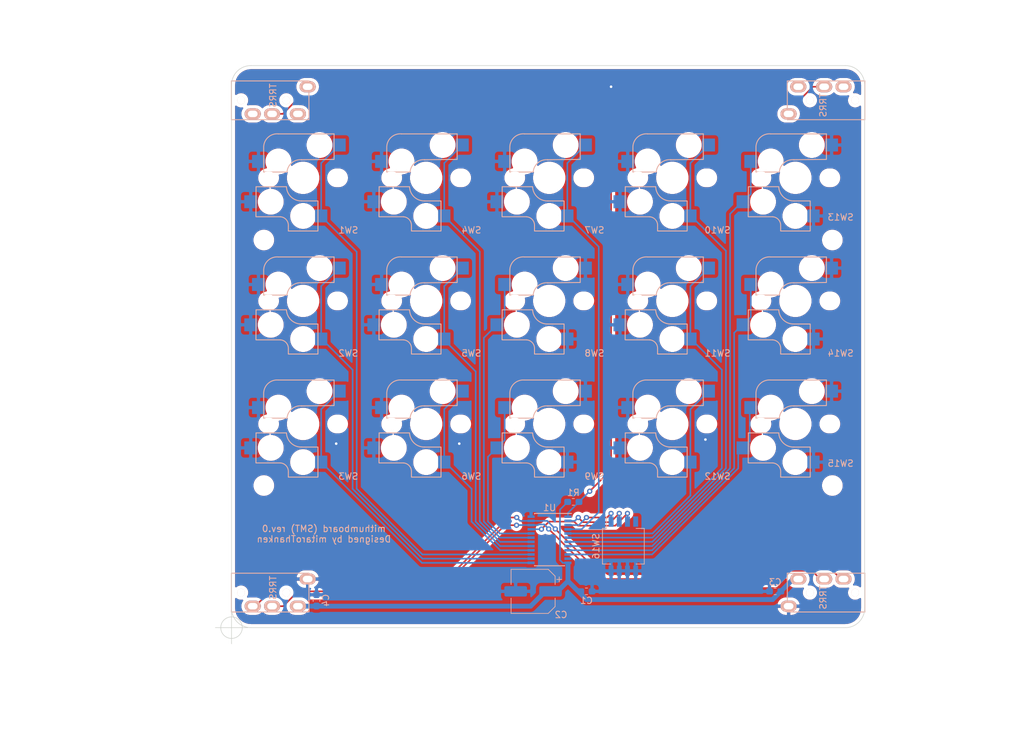
<source format=kicad_pcb>
(kicad_pcb (version 20171130) (host pcbnew "(5.1.0)-1")
  (layers (0 F.Cu signal) (31 B.Cu signal) (34 B.Paste user) (35 F.Paste user) (36 B.SilkS user) (37 F.SilkS user) (38 B.Mask user) (39 F.Mask user) (44 Edge.Cuts user))
  (net 0 "")
  (net 1 GND)
  (net 2 A2)
  (net 3 A1)
  (net 4 A0)
  (net 5 INT)
  (net 6 R1C1)
  (net 7 R2C1)
  (net 8 R3C1)
  (net 9 R1C2)
  (net 10 R2C2)
  (net 11 R3C2)
  (net 12 R1C3)
  (net 13 R2C3)
  (net 14 R3C3)
  (net 15 R1C4)
  (net 16 R2C4)
  (net 17 R3C4)
  (net 18 R1C5)
  (net 19 R2C5)
  (net 20 R3C5)
  (net 21 "Net-(SW16-Pad4)")
  (net 22 SCL)
  (net 23 SDA)
  (net 24 "Net-(J3-PadA)")
  (net 25 "Net-(J3-PadD)")
  (net 26 "Net-(J3-PadB)")
  (net 27 "Net-(J4-PadB)")
  (net 28 "Net-(J4-PadD)")
  (net 29 "Net-(J4-PadA)")
  (net 30 VCC)
  (net 31 "Net-(U1-Pad11)")
  (module Button_Switch_SMD:SW_DIP_SPSTx04_Slide_Copal_CHS-04B_W7.62mm_P1.27mm (layer B.Cu) (at 120.65 114.395 270)
    (fp_text reference SW16 (at 0 4.235 270) (layer B.SilkS) (effects (justify mirror)))
    (fp_text value SW_DIP_x04)
    (pad 8 smd rect (at 3.81 1.905 270) (size 1.6 0.76) (layers B.Cu B.Paste B.Mask) (net 1 GND))
    (pad 4 smd rect (at -3.81 -1.905 270) (size 1.6 0.76) (layers B.Cu B.Paste B.Mask) (net 21 "Net-(SW16-Pad4)"))
    (pad 7 smd rect (at 3.81 0.635 270) (size 1.6 0.76) (layers B.Cu B.Paste B.Mask) (net 1 GND))
    (pad 3 smd rect (at -3.81 -0.635 270) (size 1.6 0.76) (layers B.Cu B.Paste B.Mask) (net 4 A0))
    (pad 6 smd rect (at 3.81 -0.635 270) (size 1.6 0.76) (layers B.Cu B.Paste B.Mask) (net 1 GND))
    (pad 2 smd rect (at -3.81 0.635 270) (size 1.6 0.76) (layers B.Cu B.Paste B.Mask) (net 3 A1))
    (pad 5 smd rect (at 3.81 -1.905 270) (size 1.6 0.76) (layers B.Cu B.Paste B.Mask) (net 1 GND))
    (pad 1 smd rect (at -3.81 1.905 270) (size 1.6 0.76) (layers B.Cu B.Paste B.Mask) (net 2 A2))
  )
  (module MountingHole:MountingHole_2.2mm_M2 (layer B.Cu) (at 153 105)
    (fp_text reference H4 hide)
    (fp_text value MountingHole)
    (pad 1 np_thru_hole circle (at 0 0) (size 2.2 2.2) (drill 2.2) (layers *.Cu *.Mask))
  )
  (module MountingHole:MountingHole_2.2mm_M2 (layer B.Cu) (at 153 67 180)
    (fp_text reference H3 hide)
    (fp_text value MountingHole)
    (pad 1 np_thru_hole circle (at 0 0 180) (size 2.2 2.2) (drill 2.2) (layers *.Cu *.Mask))
  )
  (module MountingHole:MountingHole_2.2mm_M2 (layer B.Cu) (at 65 105)
    (fp_text reference H2 hide)
    (fp_text value MountingHole)
    (pad 1 np_thru_hole circle (at 0 0) (size 2.2 2.2) (drill 2.2) (layers *.Cu *.Mask))
  )
  (module MountingHole:MountingHole_2.2mm_M2 (layer B.Cu) (at 65 67)
    (fp_text reference H1 hide)
    (fp_text value MountingHole)
    (pad 1 np_thru_hole circle (at 0 0) (size 2.2 2.2) (drill 2.2) (layers *.Cu *.Mask))
  )
  (module Resistor_SMD:R_0603_1608Metric_Pad1.05x0.95mm_HandSolder (layer B.Cu) (at 112.903 107.537 180)
    (fp_text reference R1 (at 0 1.43 180) (layer B.SilkS) (effects (justify mirror)))
    (fp_text value 10k)
    (pad 2 smd roundrect (at 0.875 0 180) (size 1.05 0.95) (layers B.Cu B.Paste B.Mask) (net 30 VCC))
    (pad 1 smd roundrect (at -0.875 0 180) (size 1.05 0.95) (layers B.Cu B.Paste B.Mask) (net 5 INT))
  )
  (module Capacitor_SMD:C_0603_1608Metric_Pad1.05x0.95mm_HandSolder (layer B.Cu) (at 73.152 122.777 90)
    (fp_text reference C4 (at 0 1.43 90) (layer B.SilkS) (effects (justify mirror)))
    (fp_text value 1u)
    (pad 2 smd roundrect (at 0.875 0 90) (size 1.05 0.95) (layers B.Cu B.Paste B.Mask) (net 1 GND))
    (pad 1 smd roundrect (at -0.875 0 90) (size 1.05 0.95) (layers B.Cu B.Paste B.Mask) (net 30 VCC))
  )
  (module Capacitor_SMD:C_0603_1608Metric_Pad1.05x0.95mm_HandSolder (layer B.Cu) (at 144.145 121.38 180)
    (fp_text reference C3 (at 0 1.43 180) (layer B.SilkS) (effects (justify mirror)))
    (fp_text value 1u)
    (pad 2 smd roundrect (at 0.875 0 180) (size 1.05 0.95) (layers B.Cu B.Paste B.Mask) (net 1 GND))
    (pad 1 smd roundrect (at -0.875 0 180) (size 1.05 0.95) (layers B.Cu B.Paste B.Mask) (net 30 VCC))
  )
  (module Capacitor_SMD:CP_Elec_6.3x5.4_Nichicon (layer B.Cu) (at 106.68 121.38 180)
    (fp_text reference C2 (at -4.32 -3.62 180) (layer B.SilkS) (effects (justify mirror)))
    (fp_text value 47u/16V)
    (pad 2 smd roundrect (at 2.7 0 180) (size 3.5 1.6) (layers B.Cu B.Paste B.Mask) (roundrect_rratio 0.15625) (net 1 GND))
    (pad 1 smd roundrect (at -2.7 0 180) (size 3.5 1.6) (layers B.Cu B.Paste B.Mask) (roundrect_rratio 0.15625) (net 30 VCC))
  )
  (module Capacitor_SMD:C_0603_1608Metric_Pad1.05x0.95mm_HandSolder (layer B.Cu) (at 114.935 121.38)
    (fp_text reference C1 (at 0 1.43) (layer B.SilkS) (effects (justify mirror)))
    (fp_text value 0.1u)
    (pad 2 smd roundrect (at 0.875 0) (size 1.05 0.95) (layers B.Cu B.Paste B.Mask) (net 1 GND))
    (pad 1 smd roundrect (at -0.875 0) (size 1.05 0.95) (layers B.Cu B.Paste B.Mask) (net 30 VCC))
  )
  (module kbd:CherryMX_Choc_Hotswap_1side (layer F.Cu) (at 109.175001 76.425001)
    (fp_text reference SW8 (at 7 8.1) (layer B.SilkS) (effects (justify mirror)))
    (fp_text value SW_Push hide)
    (pad "" np_thru_hole oval (at 5.335 0) (size 2.22 1.9) (drill oval 2.22 1.9) (layers *.Cu *.Mask))
    (pad "" np_thru_hole oval (at -5.335 0) (size 2.22 1.9) (drill oval 2.22 1.9) (layers *.Cu *.Mask))
    (pad 1 smd rect (at -8.1 3.7 180) (size 2 2) (layers B.Cu B.Paste B.Mask) (net 13 R2C3))
    (pad 2 smd rect (at 2.8 5.9 180) (size 1.9 2) (layers B.Cu B.Paste B.Mask) (net 1 GND))
    (pad "" np_thru_hole circle (at -5 3.7 90) (size 3 3) (drill 3) (layers *.Cu *.Mask))
    (pad "" np_thru_hole circle (at 0 5.9 90) (size 3 3) (drill 3) (layers *.Cu *.Mask))
    (pad 1 smd rect (at -6.9 -2.54 180) (size 2 2) (layers B.Cu B.Paste B.Mask) (net 13 R2C3))
    (pad "" np_thru_hole circle (at 2.54 -5.08 180) (size 3 3) (drill 3) (layers *.Cu *.Mask))
    (pad "" np_thru_hole circle (at 0 0 90) (size 4 4) (drill 4) (layers *.Cu *.Mask))
    (pad "" np_thru_hole circle (at -3.81 -2.54 180) (size 3 3) (drill 3) (layers *.Cu *.Mask))
    (pad 2 smd rect (at 5.6 -5.08 180) (size 2 2) (layers B.Cu B.Paste B.Mask) (net 1 GND))
  )
  (module kbd:CherryMX_Choc_Hotswap_1side (layer F.Cu) (at 128.225001 57.375001)
    (fp_text reference SW10 (at 7 8.1) (layer B.SilkS) (effects (justify mirror)))
    (fp_text value SW_Push hide)
    (pad "" np_thru_hole oval (at 5.335 0) (size 2.22 1.9) (drill oval 2.22 1.9) (layers *.Cu *.Mask))
    (pad "" np_thru_hole oval (at -5.335 0) (size 2.22 1.9) (drill oval 2.22 1.9) (layers *.Cu *.Mask))
    (pad 1 smd rect (at -8.1 3.7 180) (size 2 2) (layers B.Cu B.Paste B.Mask) (net 1 GND))
    (pad 2 smd rect (at 2.8 5.9 180) (size 1.9 2) (layers B.Cu B.Paste B.Mask) (net 15 R1C4))
    (pad "" np_thru_hole circle (at -5 3.7 90) (size 3 3) (drill 3) (layers *.Cu *.Mask))
    (pad "" np_thru_hole circle (at 0 5.9 90) (size 3 3) (drill 3) (layers *.Cu *.Mask))
    (pad 1 smd rect (at -6.9 -2.54 180) (size 2 2) (layers B.Cu B.Paste B.Mask) (net 1 GND))
    (pad "" np_thru_hole circle (at 2.54 -5.08 180) (size 3 3) (drill 3) (layers *.Cu *.Mask))
    (pad "" np_thru_hole circle (at 0 0 90) (size 4 4) (drill 4) (layers *.Cu *.Mask))
    (pad "" np_thru_hole circle (at -3.81 -2.54 180) (size 3 3) (drill 3) (layers *.Cu *.Mask))
    (pad 2 smd rect (at 5.6 -5.08 180) (size 2 2) (layers B.Cu B.Paste B.Mask) (net 15 R1C4))
  )
  (module Package_SO:TSSOP-24_4.4x7.8mm_P0.65mm (layer B.Cu) (at 109.22 113.395 180)
    (fp_text reference U1 (at 0 4.95 180) (layer B.SilkS) (effects (justify mirror)))
    (fp_text value TCA9555PWR)
    (pad 24 smd rect (at 2.85 3.575 180) (size 1.1 0.4) (layers B.Cu B.Paste B.Mask) (net 1 GND))
    (pad 23 smd rect (at 2.85 2.925 180) (size 1.1 0.4) (layers B.Cu B.Paste B.Mask) (net 23 SDA))
    (pad 22 smd rect (at 2.85 2.275 180) (size 1.1 0.4) (layers B.Cu B.Paste B.Mask) (net 22 SCL))
    (pad 21 smd rect (at 2.85 1.625 180) (size 1.1 0.4) (layers B.Cu B.Paste B.Mask) (net 4 A0))
    (pad 20 smd rect (at 2.85 0.975 180) (size 1.1 0.4) (layers B.Cu B.Paste B.Mask) (net 14 R3C3))
    (pad 19 smd rect (at 2.85 0.325 180) (size 1.1 0.4) (layers B.Cu B.Paste B.Mask) (net 13 R2C3))
    (pad 18 smd rect (at 2.85 -0.325 180) (size 1.1 0.4) (layers B.Cu B.Paste B.Mask) (net 9 R1C2))
    (pad 17 smd rect (at 2.85 -0.975 180) (size 1.1 0.4) (layers B.Cu B.Paste B.Mask) (net 10 R2C2))
    (pad 16 smd rect (at 2.85 -1.625 180) (size 1.1 0.4) (layers B.Cu B.Paste B.Mask) (net 11 R3C2))
    (pad 15 smd rect (at 2.85 -2.275 180) (size 1.1 0.4) (layers B.Cu B.Paste B.Mask) (net 6 R1C1))
    (pad 14 smd rect (at 2.85 -2.925 180) (size 1.1 0.4) (layers B.Cu B.Paste B.Mask) (net 7 R2C1))
    (pad 13 smd rect (at 2.85 -3.575 180) (size 1.1 0.4) (layers B.Cu B.Paste B.Mask) (net 8 R3C1))
    (pad 12 smd rect (at -2.85 -3.575 180) (size 1.1 0.4) (layers B.Cu B.Paste B.Mask) (net 30 VCC))
    (pad 11 smd rect (at -2.85 -2.925 180) (size 1.1 0.4) (layers B.Cu B.Paste B.Mask) (net 31 "Net-(U1-Pad11)"))
    (pad 10 smd rect (at -2.85 -2.275 180) (size 1.1 0.4) (layers B.Cu B.Paste B.Mask) (net 20 R3C5))
    (pad 9 smd rect (at -2.85 -1.625 180) (size 1.1 0.4) (layers B.Cu B.Paste B.Mask) (net 19 R2C5))
    (pad 8 smd rect (at -2.85 -0.975 180) (size 1.1 0.4) (layers B.Cu B.Paste B.Mask) (net 18 R1C5))
    (pad 7 smd rect (at -2.85 -0.325 180) (size 1.1 0.4) (layers B.Cu B.Paste B.Mask) (net 15 R1C4))
    (pad 6 smd rect (at -2.85 0.325 180) (size 1.1 0.4) (layers B.Cu B.Paste B.Mask) (net 16 R2C4))
    (pad 5 smd rect (at -2.85 0.975 180) (size 1.1 0.4) (layers B.Cu B.Paste B.Mask) (net 17 R3C4))
    (pad 4 smd rect (at -2.85 1.625 180) (size 1.1 0.4) (layers B.Cu B.Paste B.Mask) (net 12 R1C3))
    (pad 3 smd rect (at -2.85 2.275 180) (size 1.1 0.4) (layers B.Cu B.Paste B.Mask) (net 2 A2))
    (pad 2 smd rect (at -2.85 2.925 180) (size 1.1 0.4) (layers B.Cu B.Paste B.Mask) (net 3 A1))
    (pad 1 smd rect (at -2.85 3.575 180) (size 1.1 0.4) (layers B.Cu B.Paste B.Mask) (net 5 INT))
  )
  (module kbd:CherryMX_Choc_Hotswap_1side (layer F.Cu) (at 71.075001 57.375001)
    (fp_text reference SW1 (at 7 8.1) (layer B.SilkS) (effects (justify mirror)))
    (fp_text value SW_Push hide)
    (pad "" np_thru_hole oval (at 5.335 0) (size 2.22 1.9) (drill oval 2.22 1.9) (layers *.Cu *.Mask))
    (pad "" np_thru_hole oval (at -5.335 0) (size 2.22 1.9) (drill oval 2.22 1.9) (layers *.Cu *.Mask))
    (pad 1 smd rect (at -8.1 3.7 180) (size 2 2) (layers B.Cu B.Paste B.Mask) (net 1 GND))
    (pad 2 smd rect (at 2.8 5.9 180) (size 1.9 2) (layers B.Cu B.Paste B.Mask) (net 6 R1C1))
    (pad "" np_thru_hole circle (at -5 3.7 90) (size 3 3) (drill 3) (layers *.Cu *.Mask))
    (pad "" np_thru_hole circle (at 0 5.9 90) (size 3 3) (drill 3) (layers *.Cu *.Mask))
    (pad 1 smd rect (at -6.9 -2.54 180) (size 2 2) (layers B.Cu B.Paste B.Mask) (net 1 GND))
    (pad "" np_thru_hole circle (at 2.54 -5.08 180) (size 3 3) (drill 3) (layers *.Cu *.Mask))
    (pad "" np_thru_hole circle (at 0 0 90) (size 4 4) (drill 4) (layers *.Cu *.Mask))
    (pad "" np_thru_hole circle (at -3.81 -2.54 180) (size 3 3) (drill 3) (layers *.Cu *.Mask))
    (pad 2 smd rect (at 5.6 -5.08 180) (size 2 2) (layers B.Cu B.Paste B.Mask) (net 6 R1C1))
  )
  (module kbd:CherryMX_Choc_Hotswap_1side (layer F.Cu) (at 71.075001 76.425001)
    (fp_text reference SW2 (at 7 8.1) (layer B.SilkS) (effects (justify mirror)))
    (fp_text value SW_Push hide)
    (pad "" np_thru_hole oval (at 5.335 0) (size 2.22 1.9) (drill oval 2.22 1.9) (layers *.Cu *.Mask))
    (pad "" np_thru_hole oval (at -5.335 0) (size 2.22 1.9) (drill oval 2.22 1.9) (layers *.Cu *.Mask))
    (pad 1 smd rect (at -8.1 3.7 180) (size 2 2) (layers B.Cu B.Paste B.Mask) (net 1 GND))
    (pad 2 smd rect (at 2.8 5.9 180) (size 1.9 2) (layers B.Cu B.Paste B.Mask) (net 7 R2C1))
    (pad "" np_thru_hole circle (at -5 3.7 90) (size 3 3) (drill 3) (layers *.Cu *.Mask))
    (pad "" np_thru_hole circle (at 0 5.9 90) (size 3 3) (drill 3) (layers *.Cu *.Mask))
    (pad 1 smd rect (at -6.9 -2.54 180) (size 2 2) (layers B.Cu B.Paste B.Mask) (net 1 GND))
    (pad "" np_thru_hole circle (at 2.54 -5.08 180) (size 3 3) (drill 3) (layers *.Cu *.Mask))
    (pad "" np_thru_hole circle (at 0 0 90) (size 4 4) (drill 4) (layers *.Cu *.Mask))
    (pad "" np_thru_hole circle (at -3.81 -2.54 180) (size 3 3) (drill 3) (layers *.Cu *.Mask))
    (pad 2 smd rect (at 5.6 -5.08 180) (size 2 2) (layers B.Cu B.Paste B.Mask) (net 7 R2C1))
  )
  (module kbd:CherryMX_Choc_Hotswap_1side (layer F.Cu) (at 71.075001 95.475001)
    (fp_text reference SW3 (at 7 8.1) (layer B.SilkS) (effects (justify mirror)))
    (fp_text value SW_Push hide)
    (pad "" np_thru_hole oval (at 5.335 0) (size 2.22 1.9) (drill oval 2.22 1.9) (layers *.Cu *.Mask))
    (pad "" np_thru_hole oval (at -5.335 0) (size 2.22 1.9) (drill oval 2.22 1.9) (layers *.Cu *.Mask))
    (pad 1 smd rect (at -8.1 3.7 180) (size 2 2) (layers B.Cu B.Paste B.Mask) (net 1 GND))
    (pad 2 smd rect (at 2.8 5.9 180) (size 1.9 2) (layers B.Cu B.Paste B.Mask) (net 8 R3C1))
    (pad "" np_thru_hole circle (at -5 3.7 90) (size 3 3) (drill 3) (layers *.Cu *.Mask))
    (pad "" np_thru_hole circle (at 0 5.9 90) (size 3 3) (drill 3) (layers *.Cu *.Mask))
    (pad 1 smd rect (at -6.9 -2.54 180) (size 2 2) (layers B.Cu B.Paste B.Mask) (net 1 GND))
    (pad "" np_thru_hole circle (at 2.54 -5.08 180) (size 3 3) (drill 3) (layers *.Cu *.Mask))
    (pad "" np_thru_hole circle (at 0 0 90) (size 4 4) (drill 4) (layers *.Cu *.Mask))
    (pad "" np_thru_hole circle (at -3.81 -2.54 180) (size 3 3) (drill 3) (layers *.Cu *.Mask))
    (pad 2 smd rect (at 5.6 -5.08 180) (size 2 2) (layers B.Cu B.Paste B.Mask) (net 8 R3C1))
  )
  (module kbd:CherryMX_Choc_Hotswap_1side (layer F.Cu) (at 90.125001 57.375001)
    (fp_text reference SW4 (at 7 8.1) (layer B.SilkS) (effects (justify mirror)))
    (fp_text value SW_Push hide)
    (pad "" np_thru_hole oval (at 5.335 0) (size 2.22 1.9) (drill oval 2.22 1.9) (layers *.Cu *.Mask))
    (pad "" np_thru_hole oval (at -5.335 0) (size 2.22 1.9) (drill oval 2.22 1.9) (layers *.Cu *.Mask))
    (pad 1 smd rect (at -8.1 3.7 180) (size 2 2) (layers B.Cu B.Paste B.Mask) (net 1 GND))
    (pad 2 smd rect (at 2.8 5.9 180) (size 1.9 2) (layers B.Cu B.Paste B.Mask) (net 9 R1C2))
    (pad "" np_thru_hole circle (at -5 3.7 90) (size 3 3) (drill 3) (layers *.Cu *.Mask))
    (pad "" np_thru_hole circle (at 0 5.9 90) (size 3 3) (drill 3) (layers *.Cu *.Mask))
    (pad 1 smd rect (at -6.9 -2.54 180) (size 2 2) (layers B.Cu B.Paste B.Mask) (net 1 GND))
    (pad "" np_thru_hole circle (at 2.54 -5.08 180) (size 3 3) (drill 3) (layers *.Cu *.Mask))
    (pad "" np_thru_hole circle (at 0 0 90) (size 4 4) (drill 4) (layers *.Cu *.Mask))
    (pad "" np_thru_hole circle (at -3.81 -2.54 180) (size 3 3) (drill 3) (layers *.Cu *.Mask))
    (pad 2 smd rect (at 5.6 -5.08 180) (size 2 2) (layers B.Cu B.Paste B.Mask) (net 9 R1C2))
  )
  (module kbd:CherryMX_Choc_Hotswap_1side (layer F.Cu) (at 90.125001 76.425001)
    (fp_text reference SW5 (at 7 8.1) (layer B.SilkS) (effects (justify mirror)))
    (fp_text value SW_Push hide)
    (pad "" np_thru_hole oval (at 5.335 0) (size 2.22 1.9) (drill oval 2.22 1.9) (layers *.Cu *.Mask))
    (pad "" np_thru_hole oval (at -5.335 0) (size 2.22 1.9) (drill oval 2.22 1.9) (layers *.Cu *.Mask))
    (pad 1 smd rect (at -8.1 3.7 180) (size 2 2) (layers B.Cu B.Paste B.Mask) (net 1 GND))
    (pad 2 smd rect (at 2.8 5.9 180) (size 1.9 2) (layers B.Cu B.Paste B.Mask) (net 10 R2C2))
    (pad "" np_thru_hole circle (at -5 3.7 90) (size 3 3) (drill 3) (layers *.Cu *.Mask))
    (pad "" np_thru_hole circle (at 0 5.9 90) (size 3 3) (drill 3) (layers *.Cu *.Mask))
    (pad 1 smd rect (at -6.9 -2.54 180) (size 2 2) (layers B.Cu B.Paste B.Mask) (net 1 GND))
    (pad "" np_thru_hole circle (at 2.54 -5.08 180) (size 3 3) (drill 3) (layers *.Cu *.Mask))
    (pad "" np_thru_hole circle (at 0 0 90) (size 4 4) (drill 4) (layers *.Cu *.Mask))
    (pad "" np_thru_hole circle (at -3.81 -2.54 180) (size 3 3) (drill 3) (layers *.Cu *.Mask))
    (pad 2 smd rect (at 5.6 -5.08 180) (size 2 2) (layers B.Cu B.Paste B.Mask) (net 10 R2C2))
  )
  (module kbd:CherryMX_Choc_Hotswap_1side (layer F.Cu) (at 90.125001 95.475001)
    (fp_text reference SW6 (at 7 8.1) (layer B.SilkS) (effects (justify mirror)))
    (fp_text value SW_Push hide)
    (pad "" np_thru_hole oval (at 5.335 0) (size 2.22 1.9) (drill oval 2.22 1.9) (layers *.Cu *.Mask))
    (pad "" np_thru_hole oval (at -5.335 0) (size 2.22 1.9) (drill oval 2.22 1.9) (layers *.Cu *.Mask))
    (pad 1 smd rect (at -8.1 3.7 180) (size 2 2) (layers B.Cu B.Paste B.Mask) (net 1 GND))
    (pad 2 smd rect (at 2.8 5.9 180) (size 1.9 2) (layers B.Cu B.Paste B.Mask) (net 11 R3C2))
    (pad "" np_thru_hole circle (at -5 3.7 90) (size 3 3) (drill 3) (layers *.Cu *.Mask))
    (pad "" np_thru_hole circle (at 0 5.9 90) (size 3 3) (drill 3) (layers *.Cu *.Mask))
    (pad 1 smd rect (at -6.9 -2.54 180) (size 2 2) (layers B.Cu B.Paste B.Mask) (net 1 GND))
    (pad "" np_thru_hole circle (at 2.54 -5.08 180) (size 3 3) (drill 3) (layers *.Cu *.Mask))
    (pad "" np_thru_hole circle (at 0 0 90) (size 4 4) (drill 4) (layers *.Cu *.Mask))
    (pad "" np_thru_hole circle (at -3.81 -2.54 180) (size 3 3) (drill 3) (layers *.Cu *.Mask))
    (pad 2 smd rect (at 5.6 -5.08 180) (size 2 2) (layers B.Cu B.Paste B.Mask) (net 11 R3C2))
  )
  (module kbd:CherryMX_Choc_Hotswap_1side (layer F.Cu) (at 109.175001 57.375001)
    (fp_text reference SW7 (at 7 8.1) (layer B.SilkS) (effects (justify mirror)))
    (fp_text value SW_Push hide)
    (pad "" np_thru_hole oval (at 5.335 0) (size 2.22 1.9) (drill oval 2.22 1.9) (layers *.Cu *.Mask))
    (pad "" np_thru_hole oval (at -5.335 0) (size 2.22 1.9) (drill oval 2.22 1.9) (layers *.Cu *.Mask))
    (pad 1 smd rect (at -8.1 3.7 180) (size 2 2) (layers B.Cu B.Paste B.Mask) (net 1 GND))
    (pad 2 smd rect (at 2.8 5.9 180) (size 1.9 2) (layers B.Cu B.Paste B.Mask) (net 12 R1C3))
    (pad "" np_thru_hole circle (at -5 3.7 90) (size 3 3) (drill 3) (layers *.Cu *.Mask))
    (pad "" np_thru_hole circle (at 0 5.9 90) (size 3 3) (drill 3) (layers *.Cu *.Mask))
    (pad 1 smd rect (at -6.9 -2.54 180) (size 2 2) (layers B.Cu B.Paste B.Mask) (net 1 GND))
    (pad "" np_thru_hole circle (at 2.54 -5.08 180) (size 3 3) (drill 3) (layers *.Cu *.Mask))
    (pad "" np_thru_hole circle (at 0 0 90) (size 4 4) (drill 4) (layers *.Cu *.Mask))
    (pad "" np_thru_hole circle (at -3.81 -2.54 180) (size 3 3) (drill 3) (layers *.Cu *.Mask))
    (pad 2 smd rect (at 5.6 -5.08 180) (size 2 2) (layers B.Cu B.Paste B.Mask) (net 12 R1C3))
  )
  (module kbd:CherryMX_Choc_Hotswap_1side (layer F.Cu) (at 109.175001 95.475001)
    (fp_text reference SW9 (at 7 8.1) (layer B.SilkS) (effects (justify mirror)))
    (fp_text value SW_Push hide)
    (pad "" np_thru_hole oval (at 5.335 0) (size 2.22 1.9) (drill oval 2.22 1.9) (layers *.Cu *.Mask))
    (pad "" np_thru_hole oval (at -5.335 0) (size 2.22 1.9) (drill oval 2.22 1.9) (layers *.Cu *.Mask))
    (pad 1 smd rect (at -8.1 3.7 180) (size 2 2) (layers B.Cu B.Paste B.Mask) (net 14 R3C3))
    (pad 2 smd rect (at 2.8 5.9 180) (size 1.9 2) (layers B.Cu B.Paste B.Mask) (net 1 GND))
    (pad "" np_thru_hole circle (at -5 3.7 90) (size 3 3) (drill 3) (layers *.Cu *.Mask))
    (pad "" np_thru_hole circle (at 0 5.9 90) (size 3 3) (drill 3) (layers *.Cu *.Mask))
    (pad 1 smd rect (at -6.9 -2.54 180) (size 2 2) (layers B.Cu B.Paste B.Mask) (net 14 R3C3))
    (pad "" np_thru_hole circle (at 2.54 -5.08 180) (size 3 3) (drill 3) (layers *.Cu *.Mask))
    (pad "" np_thru_hole circle (at 0 0 90) (size 4 4) (drill 4) (layers *.Cu *.Mask))
    (pad "" np_thru_hole circle (at -3.81 -2.54 180) (size 3 3) (drill 3) (layers *.Cu *.Mask))
    (pad 2 smd rect (at 5.6 -5.08 180) (size 2 2) (layers B.Cu B.Paste B.Mask) (net 1 GND))
  )
  (module kbd:CherryMX_Choc_Hotswap_1side (layer F.Cu) (at 128.225001 76.425001)
    (fp_text reference SW11 (at 7 8.1) (layer B.SilkS) (effects (justify mirror)))
    (fp_text value SW_Push hide)
    (pad "" np_thru_hole oval (at 5.335 0) (size 2.22 1.9) (drill oval 2.22 1.9) (layers *.Cu *.Mask))
    (pad "" np_thru_hole oval (at -5.335 0) (size 2.22 1.9) (drill oval 2.22 1.9) (layers *.Cu *.Mask))
    (pad 1 smd rect (at -8.1 3.7 180) (size 2 2) (layers B.Cu B.Paste B.Mask) (net 1 GND))
    (pad 2 smd rect (at 2.8 5.9 180) (size 1.9 2) (layers B.Cu B.Paste B.Mask) (net 16 R2C4))
    (pad "" np_thru_hole circle (at -5 3.7 90) (size 3 3) (drill 3) (layers *.Cu *.Mask))
    (pad "" np_thru_hole circle (at 0 5.9 90) (size 3 3) (drill 3) (layers *.Cu *.Mask))
    (pad 1 smd rect (at -6.9 -2.54 180) (size 2 2) (layers B.Cu B.Paste B.Mask) (net 1 GND))
    (pad "" np_thru_hole circle (at 2.54 -5.08 180) (size 3 3) (drill 3) (layers *.Cu *.Mask))
    (pad "" np_thru_hole circle (at 0 0 90) (size 4 4) (drill 4) (layers *.Cu *.Mask))
    (pad "" np_thru_hole circle (at -3.81 -2.54 180) (size 3 3) (drill 3) (layers *.Cu *.Mask))
    (pad 2 smd rect (at 5.6 -5.08 180) (size 2 2) (layers B.Cu B.Paste B.Mask) (net 16 R2C4))
  )
  (module kbd:CherryMX_Choc_Hotswap_1side (layer F.Cu) (at 128.225001 95.475001)
    (fp_text reference SW12 (at 7 8.1) (layer B.SilkS) (effects (justify mirror)))
    (fp_text value SW_Push hide)
    (pad "" np_thru_hole oval (at 5.335 0) (size 2.22 1.9) (drill oval 2.22 1.9) (layers *.Cu *.Mask))
    (pad "" np_thru_hole oval (at -5.335 0) (size 2.22 1.9) (drill oval 2.22 1.9) (layers *.Cu *.Mask))
    (pad 1 smd rect (at -8.1 3.7 180) (size 2 2) (layers B.Cu B.Paste B.Mask) (net 1 GND))
    (pad 2 smd rect (at 2.8 5.9 180) (size 1.9 2) (layers B.Cu B.Paste B.Mask) (net 17 R3C4))
    (pad "" np_thru_hole circle (at -5 3.7 90) (size 3 3) (drill 3) (layers *.Cu *.Mask))
    (pad "" np_thru_hole circle (at 0 5.9 90) (size 3 3) (drill 3) (layers *.Cu *.Mask))
    (pad 1 smd rect (at -6.9 -2.54 180) (size 2 2) (layers B.Cu B.Paste B.Mask) (net 1 GND))
    (pad "" np_thru_hole circle (at 2.54 -5.08 180) (size 3 3) (drill 3) (layers *.Cu *.Mask))
    (pad "" np_thru_hole circle (at 0 0 90) (size 4 4) (drill 4) (layers *.Cu *.Mask))
    (pad "" np_thru_hole circle (at -3.81 -2.54 180) (size 3 3) (drill 3) (layers *.Cu *.Mask))
    (pad 2 smd rect (at 5.6 -5.08 180) (size 2 2) (layers B.Cu B.Paste B.Mask) (net 17 R3C4))
  )
  (module kbd:CherryMX_Choc_Hotswap_1side (layer F.Cu) (at 147.275001 57.375001)
    (fp_text reference SW13 (at 7 6.1) (layer B.SilkS) (effects (justify mirror)))
    (fp_text value SW_Push hide)
    (pad "" np_thru_hole oval (at 5.335 0) (size 2.22 1.9) (drill oval 2.22 1.9) (layers *.Cu *.Mask))
    (pad "" np_thru_hole oval (at -5.335 0) (size 2.22 1.9) (drill oval 2.22 1.9) (layers *.Cu *.Mask))
    (pad 1 smd rect (at -8.1 3.7 180) (size 2 2) (layers B.Cu B.Paste B.Mask) (net 18 R1C5))
    (pad 2 smd rect (at 2.8 5.9 180) (size 1.9 2) (layers B.Cu B.Paste B.Mask) (net 1 GND))
    (pad "" np_thru_hole circle (at -5 3.7 90) (size 3 3) (drill 3) (layers *.Cu *.Mask))
    (pad "" np_thru_hole circle (at 0 5.9 90) (size 3 3) (drill 3) (layers *.Cu *.Mask))
    (pad 1 smd rect (at -6.9 -2.54 180) (size 2 2) (layers B.Cu B.Paste B.Mask) (net 18 R1C5))
    (pad "" np_thru_hole circle (at 2.54 -5.08 180) (size 3 3) (drill 3) (layers *.Cu *.Mask))
    (pad "" np_thru_hole circle (at 0 0 90) (size 4 4) (drill 4) (layers *.Cu *.Mask))
    (pad "" np_thru_hole circle (at -3.81 -2.54 180) (size 3 3) (drill 3) (layers *.Cu *.Mask))
    (pad 2 smd rect (at 5.6 -5.08 180) (size 2 2) (layers B.Cu B.Paste B.Mask) (net 1 GND))
  )
  (module kbd:CherryMX_Choc_Hotswap_1side (layer F.Cu) (at 147.275001 76.425001)
    (fp_text reference SW14 (at 7 8.1) (layer B.SilkS) (effects (justify mirror)))
    (fp_text value SW_Push hide)
    (pad "" np_thru_hole oval (at 5.335 0) (size 2.22 1.9) (drill oval 2.22 1.9) (layers *.Cu *.Mask))
    (pad "" np_thru_hole oval (at -5.335 0) (size 2.22 1.9) (drill oval 2.22 1.9) (layers *.Cu *.Mask))
    (pad 1 smd rect (at -8.1 3.7 180) (size 2 2) (layers B.Cu B.Paste B.Mask) (net 19 R2C5))
    (pad 2 smd rect (at 2.8 5.9 180) (size 1.9 2) (layers B.Cu B.Paste B.Mask) (net 1 GND))
    (pad "" np_thru_hole circle (at -5 3.7 90) (size 3 3) (drill 3) (layers *.Cu *.Mask))
    (pad "" np_thru_hole circle (at 0 5.9 90) (size 3 3) (drill 3) (layers *.Cu *.Mask))
    (pad 1 smd rect (at -6.9 -2.54 180) (size 2 2) (layers B.Cu B.Paste B.Mask) (net 19 R2C5))
    (pad "" np_thru_hole circle (at 2.54 -5.08 180) (size 3 3) (drill 3) (layers *.Cu *.Mask))
    (pad "" np_thru_hole circle (at 0 0 90) (size 4 4) (drill 4) (layers *.Cu *.Mask))
    (pad "" np_thru_hole circle (at -3.81 -2.54 180) (size 3 3) (drill 3) (layers *.Cu *.Mask))
    (pad 2 smd rect (at 5.6 -5.08 180) (size 2 2) (layers B.Cu B.Paste B.Mask) (net 1 GND))
  )
  (module kbd:CherryMX_Choc_Hotswap_1side (layer F.Cu) (at 147.275001 95.475001)
    (fp_text reference SW15 (at 7 6.1) (layer B.SilkS) (effects (justify mirror)))
    (fp_text value SW_Push hide)
    (pad "" np_thru_hole oval (at 5.335 0) (size 2.22 1.9) (drill oval 2.22 1.9) (layers *.Cu *.Mask))
    (pad "" np_thru_hole oval (at -5.335 0) (size 2.22 1.9) (drill oval 2.22 1.9) (layers *.Cu *.Mask))
    (pad 1 smd rect (at -8.1 3.7 180) (size 2 2) (layers B.Cu B.Paste B.Mask) (net 20 R3C5))
    (pad 2 smd rect (at 2.8 5.9 180) (size 1.9 2) (layers B.Cu B.Paste B.Mask) (net 1 GND))
    (pad "" np_thru_hole circle (at -5 3.7 90) (size 3 3) (drill 3) (layers *.Cu *.Mask))
    (pad "" np_thru_hole circle (at 0 5.9 90) (size 3 3) (drill 3) (layers *.Cu *.Mask))
    (pad 1 smd rect (at -6.9 -2.54 180) (size 2 2) (layers B.Cu B.Paste B.Mask) (net 20 R3C5))
    (pad "" np_thru_hole circle (at 2.54 -5.08 180) (size 3 3) (drill 3) (layers *.Cu *.Mask))
    (pad "" np_thru_hole circle (at 0 0 90) (size 4 4) (drill 4) (layers *.Cu *.Mask))
    (pad "" np_thru_hole circle (at -3.81 -2.54 180) (size 3 3) (drill 3) (layers *.Cu *.Mask))
    (pad 2 smd rect (at 5.6 -5.08 180) (size 2 2) (layers B.Cu B.Paste B.Mask) (net 1 GND))
  )
  (module kbd:MJ-4PP-9_1side (layer B.Cu) (at 158.025 121.575 90)
    (fp_text reference J1)
    (fp_text value MJ-4PP-9 hide)
    (fp_text user TRRS (at -0.75 -6.45 90) (layer B.SilkS) (effects (justify mirror)))
    (pad A thru_hole oval (at -2.1 -11.8 90) (size 1.7 2.5) (drill oval 1 1.5) (layers *.Cu B.SilkS F.Mask) (net 1 GND) (clearance 0.15))
    (pad D thru_hole oval (at 2.1 -10.3 90) (size 1.7 2.5) (drill oval 1 1.5) (layers *.Cu B.SilkS F.Mask) (net 30 VCC) (clearance 0.15))
    (pad C thru_hole oval (at 2.1 -6.3 90) (size 1.7 2.5) (drill oval 1 1.5) (layers *.Cu B.SilkS F.Mask) (net 22 SCL))
    (pad B thru_hole oval (at 2.1 -3.3 90) (size 1.7 2.5) (drill oval 1 1.5) (layers *.Cu B.SilkS F.Mask) (net 23 SDA))
    (pad "" np_thru_hole circle (at 0 -8.5 90) (size 1.2 1.2) (drill 1.2) (layers *.Cu *.Mask B.SilkS))
    (pad "" np_thru_hole circle (at 0 -1.5 90) (size 1.2 1.2) (drill 1.2) (layers *.Cu *.Mask B.SilkS))
  )
  (module kbd:MJ-4PP-9_1side (layer B.Cu) (at 59.98 121.575 270)
    (fp_text reference J2)
    (fp_text value MJ-4PP-9 hide)
    (fp_text user TRRS (at -0.75 -6.45 270) (layer B.SilkS) (effects (justify mirror)))
    (pad A thru_hole oval (at -2.1 -11.8 270) (size 1.7 2.5) (drill oval 1 1.5) (layers *.Cu B.SilkS F.Mask) (net 1 GND) (clearance 0.15))
    (pad D thru_hole oval (at 2.1 -10.3 270) (size 1.7 2.5) (drill oval 1 1.5) (layers *.Cu B.SilkS F.Mask) (net 30 VCC) (clearance 0.15))
    (pad C thru_hole oval (at 2.1 -6.3 270) (size 1.7 2.5) (drill oval 1 1.5) (layers *.Cu B.SilkS F.Mask) (net 22 SCL))
    (pad B thru_hole oval (at 2.1 -3.3 270) (size 1.7 2.5) (drill oval 1 1.5) (layers *.Cu B.SilkS F.Mask) (net 23 SDA))
    (pad "" np_thru_hole circle (at 0 -8.5 270) (size 1.2 1.2) (drill 1.2) (layers *.Cu *.Mask B.SilkS))
    (pad "" np_thru_hole circle (at 0 -1.5 270) (size 1.2 1.2) (drill 1.2) (layers *.Cu *.Mask B.SilkS))
  )
  (module kbd:MJ-4PP-9_1side (layer B.Cu) (at 158.025 45.375 90)
    (fp_text reference J3)
    (fp_text value MJ-4PP-9 hide)
    (fp_text user TRRS (at -0.75 -6.45 90) (layer B.SilkS) (effects (justify mirror)))
    (pad A thru_hole oval (at -2.1 -11.8 90) (size 1.7 2.5) (drill oval 1 1.5) (layers *.Cu B.SilkS F.Mask) (net 24 "Net-(J3-PadA)") (clearance 0.15))
    (pad D thru_hole oval (at 2.1 -10.3 90) (size 1.7 2.5) (drill oval 1 1.5) (layers *.Cu B.SilkS F.Mask) (net 25 "Net-(J3-PadD)") (clearance 0.15))
    (pad C thru_hole oval (at 2.1 -6.3 90) (size 1.7 2.5) (drill oval 1 1.5) (layers *.Cu B.SilkS F.Mask) (net 5 INT))
    (pad B thru_hole oval (at 2.1 -3.3 90) (size 1.7 2.5) (drill oval 1 1.5) (layers *.Cu B.SilkS F.Mask) (net 26 "Net-(J3-PadB)"))
    (pad "" np_thru_hole circle (at 0 -8.5 90) (size 1.2 1.2) (drill 1.2) (layers *.Cu *.Mask B.SilkS))
    (pad "" np_thru_hole circle (at 0 -1.5 90) (size 1.2 1.2) (drill 1.2) (layers *.Cu *.Mask B.SilkS))
  )
  (module kbd:MJ-4PP-9_1side (layer B.Cu) (at 59.98 45.375 270)
    (fp_text reference J4)
    (fp_text value MJ-4PP-9 hide)
    (fp_text user TRRS (at -0.75 -6.45 270) (layer B.SilkS) (effects (justify mirror)))
    (pad A thru_hole oval (at -2.1 -11.8 270) (size 1.7 2.5) (drill oval 1 1.5) (layers *.Cu B.SilkS F.Mask) (net 29 "Net-(J4-PadA)") (clearance 0.15))
    (pad D thru_hole oval (at 2.1 -10.3 270) (size 1.7 2.5) (drill oval 1 1.5) (layers *.Cu B.SilkS F.Mask) (net 28 "Net-(J4-PadD)") (clearance 0.15))
    (pad C thru_hole oval (at 2.1 -6.3 270) (size 1.7 2.5) (drill oval 1 1.5) (layers *.Cu B.SilkS F.Mask) (net 5 INT))
    (pad B thru_hole oval (at 2.1 -3.3 270) (size 1.7 2.5) (drill oval 1 1.5) (layers *.Cu B.SilkS F.Mask) (net 27 "Net-(J4-PadB)"))
    (pad "" np_thru_hole circle (at 0 -8.5 270) (size 1.2 1.2) (drill 1.2) (layers *.Cu *.Mask B.SilkS))
    (pad "" np_thru_hole circle (at 0 -1.5 270) (size 1.2 1.2) (drill 1.2) (layers *.Cu *.Mask B.SilkS))
  )
  (gr_text "mithumboard (SMT) rev.0\nDesigned by mitaroThanken" (at 74.295 112.49) (layer B.SilkS) (effects (font (size 1 1)) (justify mirror)))
  (target plus (at 60 127) (size 5) (width 0.1) (layer Edge.Cuts))
  (gr_arc (start 63 124) (end 60 124) (angle -90) (layer Edge.Cuts) (width 0.1))
  (gr_arc (start 155 124) (end 155 127) (angle -90) (layer Edge.Cuts) (width 0.1))
  (gr_arc (start 155 43) (end 158 43) (angle -90) (layer Edge.Cuts) (width 0.1))
  (gr_arc (start 63 43) (end 63 40) (angle -90) (layer Edge.Cuts) (width 0.1))
  (gr_line (start 155 40) (end 63 40) (layer Edge.Cuts) (width 0.1))
  (gr_line (start 158 124) (end 158 43) (layer Edge.Cuts) (width 0.1))
  (gr_line (start 63 127) (end 155 127) (layer Edge.Cuts) (width 0.1))
  (gr_line (start 60 43) (end 60 124) (layer Edge.Cuts) (width 0.1))
  (segment (start 111.975001 101.765001) (end 111.975001 101.375001) (width 0.25) (layer B.Cu) (net 1))
  (segment (start 111.975001 101.375001) (end 111.975001 101.425001) (width 0.25) (layer B.Cu) (net 1))
  (via (at 76.2 98.52) (size 0.8) (drill 0.4) (layers F.Cu B.Cu) (net 1))
  (via (at 95.25 98.52) (size 0.8) (drill 0.4) (layers F.Cu B.Cu) (net 1))
  (via (at 133.35 97.885) (size 0.8) (drill 0.4) (layers F.Cu B.Cu) (net 1))
  (via (at 118.745 43.275) (size 0.8) (drill 0.4) (layers F.Cu B.Cu) (net 1))
  (segment (start 118.745 110.585) (end 118.745 109.315) (width 0.25) (layer B.Cu) (net 2))
  (via (at 118.745 109.315) (size 0.8) (drill 0.4) (layers F.Cu B.Cu) (net 2))
  (via (at 114.935 109.950024) (size 0.8) (drill 0.4) (layers F.Cu B.Cu) (net 2))
  (segment (start 112.07 111.12) (end 113.765024 111.12) (width 0.25) (layer B.Cu) (net 2))
  (segment (start 114.535001 110.350023) (end 114.935 109.950024) (width 0.25) (layer B.Cu) (net 2))
  (segment (start 113.765024 111.12) (end 114.535001 110.350023) (width 0.25) (layer B.Cu) (net 2))
  (segment (start 114.935024 109.95) (end 114.935 109.950024) (width 0.25) (layer F.Cu) (net 2))
  (segment (start 118.745 109.315) (end 118.11 109.95) (width 0.25) (layer F.Cu) (net 2))
  (segment (start 118.11 109.95) (end 114.935024 109.95) (width 0.25) (layer F.Cu) (net 2))
  (segment (start 120.015 110.585) (end 120.015 109.315) (width 0.25) (layer B.Cu) (net 3))
  (via (at 120.015 109.315) (size 0.8) (drill 0.4) (layers F.Cu B.Cu) (net 3))
  (via (at 113.665 109.95002) (size 0.8) (drill 0.4) (layers F.Cu B.Cu) (net 3))
  (segment (start 112.07 110.47) (end 113.14502 110.47) (width 0.25) (layer B.Cu) (net 3))
  (segment (start 113.265001 110.350019) (end 113.665 109.95002) (width 0.25) (layer B.Cu) (net 3))
  (segment (start 113.14502 110.47) (end 113.265001 110.350019) (width 0.25) (layer B.Cu) (net 3))
  (segment (start 114.390006 110.675026) (end 114.064999 110.350019) (width 0.25) (layer F.Cu) (net 3))
  (segment (start 114.064999 110.350019) (end 113.665 109.95002) (width 0.25) (layer F.Cu) (net 3))
  (segment (start 118.654974 110.675026) (end 114.390006 110.675026) (width 0.25) (layer F.Cu) (net 3))
  (segment (start 120.015 109.315) (end 118.654974 110.675026) (width 0.25) (layer F.Cu) (net 3))
  (segment (start 107.958798 111.77) (end 107.975398 111.7534) (width 0.25) (layer B.Cu) (net 4))
  (segment (start 106.37 111.77) (end 107.958798 111.77) (width 0.25) (layer B.Cu) (net 4))
  (via (at 107.975398 111.7534) (size 0.8) (drill 0.4) (layers F.Cu B.Cu) (net 4))
  (segment (start 121.285 110.585) (end 121.285 109.315) (width 0.25) (layer B.Cu) (net 4))
  (via (at 121.285 109.315) (size 0.8) (drill 0.4) (layers F.Cu B.Cu) (net 4))
  (segment (start 120.885001 109.714999) (end 121.285 109.315) (width 0.25) (layer F.Cu) (net 4))
  (segment (start 119.38 111.22) (end 120.885001 109.714999) (width 0.25) (layer F.Cu) (net 4))
  (segment (start 113.665 111.22) (end 119.38 111.22) (width 0.25) (layer F.Cu) (net 4))
  (segment (start 113.03 110.585) (end 113.665 111.22) (width 0.25) (layer F.Cu) (net 4))
  (segment (start 107.975398 111.7534) (end 109.143798 110.585) (width 0.25) (layer F.Cu) (net 4))
  (segment (start 109.143798 110.585) (end 113.03 110.585) (width 0.25) (layer F.Cu) (net 4))
  (segment (start 149.987 43.275) (end 151.725 43.275) (width 0.25) (layer F.Cu) (net 5))
  (segment (start 148.331001 44.930999) (end 149.987 43.275) (width 0.25) (layer F.Cu) (net 5))
  (segment (start 118.749999 44.930999) (end 148.331001 44.930999) (width 0.25) (layer F.Cu) (net 5))
  (segment (start 70.480001 44.930999) (end 118.749999 44.930999) (width 0.25) (layer F.Cu) (net 5))
  (segment (start 67.936 47.475) (end 70.480001 44.930999) (width 0.25) (layer F.Cu) (net 5))
  (segment (start 66.28 47.475) (end 67.936 47.475) (width 0.25) (layer F.Cu) (net 5))
  (segment (start 112.07 109.245) (end 113.778 107.537) (width 0.25) (layer B.Cu) (net 5))
  (segment (start 112.07 109.82) (end 112.07 109.245) (width 0.25) (layer B.Cu) (net 5))
  (via (at 115.443012 105.886) (size 0.8) (drill 0.4) (layers F.Cu B.Cu) (net 5))
  (segment (start 115.429 105.886) (end 115.443012 105.886) (width 0.25) (layer B.Cu) (net 5))
  (segment (start 113.778 107.537) (end 115.429 105.886) (width 0.25) (layer B.Cu) (net 5))
  (segment (start 115.843011 105.486001) (end 115.443012 105.886) (width 0.25) (layer F.Cu) (net 5))
  (segment (start 118.749999 102.579013) (end 115.843011 105.486001) (width 0.25) (layer F.Cu) (net 5))
  (segment (start 118.749999 44.930999) (end 118.749999 102.579013) (width 0.25) (layer F.Cu) (net 5))
  (segment (start 73.875001 55.095001) (end 76.675001 52.295001) (width 0.25) (layer B.Cu) (net 6))
  (segment (start 73.875001 63.275001) (end 73.875001 55.095001) (width 0.25) (layer B.Cu) (net 6))
  (segment (start 73.875001 63.325001) (end 73.875001 63.275001) (width 0.25) (layer B.Cu) (net 6))
  (segment (start 89.54 115.67) (end 79.375 105.505) (width 0.25) (layer B.Cu) (net 6))
  (segment (start 106.37 115.67) (end 89.54 115.67) (width 0.25) (layer B.Cu) (net 6))
  (segment (start 79.375 105.505) (end 79.375 68.825) (width 0.25) (layer B.Cu) (net 6))
  (segment (start 79.375 68.825) (end 73.875001 63.325001) (width 0.25) (layer B.Cu) (net 6))
  (segment (start 73.875001 74.145001) (end 76.675001 71.345001) (width 0.25) (layer B.Cu) (net 7))
  (segment (start 73.875001 82.325001) (end 73.875001 74.145001) (width 0.25) (layer B.Cu) (net 7))
  (segment (start 73.975001 82.325001) (end 73.875001 82.325001) (width 0.25) (layer B.Cu) (net 7))
  (segment (start 89.553589 116.32) (end 78.74 105.506411) (width 0.25) (layer B.Cu) (net 7))
  (segment (start 106.37 116.32) (end 89.553589 116.32) (width 0.25) (layer B.Cu) (net 7))
  (segment (start 78.74 105.506411) (end 78.74 87.09) (width 0.25) (layer B.Cu) (net 7))
  (segment (start 78.74 87.09) (end 73.975001 82.325001) (width 0.25) (layer B.Cu) (net 7))
  (segment (start 76.729001 90.395001) (end 76.675001 90.395001) (width 0.25) (layer B.Cu) (net 8))
  (segment (start 73.875001 93.195001) (end 76.675001 90.395001) (width 0.25) (layer B.Cu) (net 8))
  (segment (start 73.875001 101.375001) (end 73.875001 93.195001) (width 0.25) (layer B.Cu) (net 8))
  (segment (start 89.47 116.97) (end 73.875001 101.375001) (width 0.25) (layer B.Cu) (net 8))
  (segment (start 106.37 116.97) (end 89.47 116.97) (width 0.25) (layer B.Cu) (net 8))
  (segment (start 92.925001 55.095001) (end 95.725001 52.295001) (width 0.25) (layer B.Cu) (net 9))
  (segment (start 92.925001 63.275001) (end 92.925001 55.095001) (width 0.25) (layer B.Cu) (net 9))
  (segment (start 92.925001 63.302001) (end 92.925001 63.275001) (width 0.25) (layer B.Cu) (net 9))
  (segment (start 98.425 68.802) (end 92.925001 63.302001) (width 0.25) (layer B.Cu) (net 9))
  (segment (start 98.425 110.585) (end 98.425 68.802) (width 0.25) (layer B.Cu) (net 9))
  (segment (start 98.609989 110.769989) (end 98.425 110.585) (width 0.25) (layer B.Cu) (net 9))
  (segment (start 106.37 113.72) (end 101.557178 113.72) (width 0.25) (layer B.Cu) (net 9))
  (segment (start 98.609989 110.772811) (end 98.609989 110.769989) (width 0.25) (layer B.Cu) (net 9))
  (segment (start 101.557178 113.72) (end 98.609989 110.772811) (width 0.25) (layer B.Cu) (net 9))
  (segment (start 92.925001 74.145001) (end 95.725001 71.345001) (width 0.25) (layer B.Cu) (net 10))
  (segment (start 92.925001 82.325001) (end 92.925001 74.145001) (width 0.25) (layer B.Cu) (net 10))
  (segment (start 92.925001 82.479001) (end 92.925001 82.325001) (width 0.25) (layer B.Cu) (net 10))
  (segment (start 97.79 87.344) (end 92.925001 82.479001) (width 0.25) (layer B.Cu) (net 10))
  (segment (start 97.79 110.586411) (end 97.79 87.344) (width 0.25) (layer B.Cu) (net 10))
  (segment (start 98.159978 110.956389) (end 97.79 110.586411) (width 0.25) (layer B.Cu) (net 10))
  (segment (start 98.159978 110.959211) (end 98.159978 110.956389) (width 0.25) (layer B.Cu) (net 10))
  (segment (start 106.37 114.37) (end 101.570767 114.37) (width 0.25) (layer B.Cu) (net 10))
  (segment (start 101.570767 114.37) (end 98.159978 110.959211) (width 0.25) (layer B.Cu) (net 10))
  (segment (start 92.925001 93.195001) (end 95.725001 90.395001) (width 0.25) (layer B.Cu) (net 11))
  (segment (start 92.925001 101.375001) (end 92.925001 93.195001) (width 0.25) (layer B.Cu) (net 11))
  (segment (start 93.025001 101.375001) (end 92.925001 101.375001) (width 0.25) (layer B.Cu) (net 11))
  (segment (start 106.37 115.02) (end 101.584356 115.02) (width 0.25) (layer B.Cu) (net 11))
  (segment (start 97.709967 111.145611) (end 97.709967 111.142789) (width 0.25) (layer B.Cu) (net 11))
  (segment (start 97.155 105.505) (end 93.025001 101.375001) (width 0.25) (layer B.Cu) (net 11))
  (segment (start 97.155 110.587822) (end 97.155 105.505) (width 0.25) (layer B.Cu) (net 11))
  (segment (start 97.709967 111.142789) (end 97.155 110.587822) (width 0.25) (layer B.Cu) (net 11))
  (segment (start 101.584356 115.02) (end 97.709967 111.145611) (width 0.25) (layer B.Cu) (net 11))
  (segment (start 111.975001 55.095001) (end 114.775001 52.295001) (width 0.25) (layer B.Cu) (net 12))
  (segment (start 111.975001 63.275001) (end 111.975001 55.095001) (width 0.25) (layer B.Cu) (net 12))
  (segment (start 112.220001 63.275001) (end 111.975001 63.275001) (width 0.25) (layer B.Cu) (net 12))
  (segment (start 112.075001 63.275001) (end 111.975001 63.275001) (width 0.25) (layer B.Cu) (net 12))
  (segment (start 114.18802 111.77) (end 116.84 109.11802) (width 0.25) (layer B.Cu) (net 12))
  (segment (start 112.07 111.77) (end 114.18802 111.77) (width 0.25) (layer B.Cu) (net 12))
  (segment (start 116.84 109.11802) (end 116.84 68.04) (width 0.25) (layer B.Cu) (net 12))
  (segment (start 116.84 68.04) (end 112.075001 63.275001) (width 0.25) (layer B.Cu) (net 12))
  (segment (start 102.275001 73.885001) (end 102.275001 74.079999) (width 0.25) (layer B.Cu) (net 13))
  (segment (start 102.275001 78.925001) (end 101.075001 80.125001) (width 0.25) (layer B.Cu) (net 13))
  (segment (start 102.275001 73.885001) (end 102.275001 78.925001) (width 0.25) (layer B.Cu) (net 13))
  (segment (start 101.071999 80.125001) (end 101.075001 80.125001) (width 0.25) (layer B.Cu) (net 13))
  (segment (start 101.543589 113.07) (end 99.06 110.586411) (width 0.25) (layer B.Cu) (net 13))
  (segment (start 106.37 113.07) (end 101.543589 113.07) (width 0.25) (layer B.Cu) (net 13))
  (segment (start 99.06 110.586411) (end 99.06 82.137) (width 0.25) (layer B.Cu) (net 13))
  (segment (start 99.06 82.137) (end 101.071999 80.125001) (width 0.25) (layer B.Cu) (net 13))
  (segment (start 101.075001 99.400001) (end 101.075001 99.175001) (width 0.25) (layer B.Cu) (net 14))
  (segment (start 102.275001 97.975001) (end 101.075001 99.175001) (width 0.25) (layer B.Cu) (net 14))
  (segment (start 102.275001 92.935001) (end 102.275001 97.975001) (width 0.25) (layer B.Cu) (net 14))
  (segment (start 105.57 112.42) (end 106.37 112.42) (width 0.25) (layer B.Cu) (net 14))
  (segment (start 101.53 112.42) (end 105.57 112.42) (width 0.25) (layer B.Cu) (net 14))
  (segment (start 99.695 110.585) (end 101.53 112.42) (width 0.25) (layer B.Cu) (net 14))
  (segment (start 101.075001 99.175001) (end 99.695 100.555002) (width 0.25) (layer B.Cu) (net 14))
  (segment (start 99.695 100.555002) (end 99.695 110.585) (width 0.25) (layer B.Cu) (net 14))
  (segment (start 131.025001 55.095001) (end 133.825001 52.295001) (width 0.25) (layer B.Cu) (net 15))
  (segment (start 131.025001 63.275001) (end 131.025001 55.095001) (width 0.25) (layer B.Cu) (net 15))
  (segment (start 112.87 113.72) (end 112.07 113.72) (width 0.25) (layer B.Cu) (net 15))
  (segment (start 131.125001 63.275001) (end 136.525 68.675) (width 0.25) (layer B.Cu) (net 15))
  (segment (start 131.025001 63.275001) (end 131.125001 63.275001) (width 0.25) (layer B.Cu) (net 15))
  (segment (start 136.525 68.675) (end 136.525 102.33) (width 0.25) (layer B.Cu) (net 15))
  (segment (start 136.525 102.33) (end 125.135 113.72) (width 0.25) (layer B.Cu) (net 15))
  (segment (start 125.135 113.72) (end 112.87 113.72) (width 0.25) (layer B.Cu) (net 15))
  (segment (start 131.025001 74.145001) (end 133.825001 71.345001) (width 0.25) (layer B.Cu) (net 16))
  (segment (start 131.025001 82.325001) (end 131.025001 74.145001) (width 0.25) (layer B.Cu) (net 16))
  (segment (start 131.125001 82.325001) (end 131.025001 82.325001) (width 0.25) (layer B.Cu) (net 16))
  (segment (start 125.14859 113.07) (end 135.89 102.32859) (width 0.25) (layer B.Cu) (net 16))
  (segment (start 112.07 113.07) (end 125.14859 113.07) (width 0.25) (layer B.Cu) (net 16))
  (segment (start 135.89 102.32859) (end 135.89 87.09) (width 0.25) (layer B.Cu) (net 16))
  (segment (start 135.89 87.09) (end 131.125001 82.325001) (width 0.25) (layer B.Cu) (net 16))
  (segment (start 131.025001 93.195001) (end 133.825001 90.395001) (width 0.25) (layer B.Cu) (net 17))
  (segment (start 131.025001 101.375001) (end 131.025001 93.195001) (width 0.25) (layer B.Cu) (net 17))
  (segment (start 131.025001 106.557179) (end 125.16218 112.42) (width 0.25) (layer B.Cu) (net 17))
  (segment (start 131.025001 101.375001) (end 131.025001 106.557179) (width 0.25) (layer B.Cu) (net 17))
  (segment (start 125.16218 112.42) (end 112.87 112.42) (width 0.25) (layer B.Cu) (net 17))
  (segment (start 112.87 112.42) (end 112.07 112.42) (width 0.25) (layer B.Cu) (net 17))
  (segment (start 140.375001 59.875001) (end 139.175001 61.075001) (width 0.25) (layer B.Cu) (net 18))
  (segment (start 140.375001 54.835001) (end 140.375001 59.875001) (width 0.25) (layer B.Cu) (net 18))
  (segment (start 112.87 114.37) (end 112.07 114.37) (width 0.25) (layer B.Cu) (net 18))
  (segment (start 139.044999 61.075001) (end 137.16 62.96) (width 0.25) (layer B.Cu) (net 18))
  (segment (start 139.175001 61.075001) (end 139.044999 61.075001) (width 0.25) (layer B.Cu) (net 18))
  (segment (start 137.16 62.96) (end 137.16 102.33141) (width 0.25) (layer B.Cu) (net 18))
  (segment (start 137.16 102.33141) (end 125.12141 114.37) (width 0.25) (layer B.Cu) (net 18))
  (segment (start 125.12141 114.37) (end 112.87 114.37) (width 0.25) (layer B.Cu) (net 18))
  (segment (start 140.375001 78.925001) (end 139.175001 80.125001) (width 0.25) (layer B.Cu) (net 19))
  (segment (start 140.375001 73.885001) (end 140.375001 78.925001) (width 0.25) (layer B.Cu) (net 19))
  (segment (start 112.87 115.02) (end 112.07 115.02) (width 0.25) (layer B.Cu) (net 19))
  (segment (start 139.044999 80.125001) (end 137.795 81.375) (width 0.25) (layer B.Cu) (net 19))
  (segment (start 139.175001 80.125001) (end 139.044999 80.125001) (width 0.25) (layer B.Cu) (net 19))
  (segment (start 137.795 81.375) (end 137.795 102.33282) (width 0.25) (layer B.Cu) (net 19))
  (segment (start 137.795 102.33282) (end 125.10782 115.02) (width 0.25) (layer B.Cu) (net 19))
  (segment (start 125.10782 115.02) (end 112.87 115.02) (width 0.25) (layer B.Cu) (net 19))
  (segment (start 140.209 93.101002) (end 140.375001 92.935001) (width 0.25) (layer B.Cu) (net 20))
  (segment (start 140.209 98.141002) (end 140.209 93.101002) (width 0.25) (layer B.Cu) (net 20))
  (segment (start 139.175001 99.175001) (end 140.209 98.141002) (width 0.25) (layer B.Cu) (net 20))
  (segment (start 112.87 115.67) (end 112.07 115.67) (width 0.25) (layer B.Cu) (net 20))
  (segment (start 138.43 99.920002) (end 138.43 102.33423) (width 0.25) (layer B.Cu) (net 20))
  (segment (start 139.175001 99.175001) (end 138.43 99.920002) (width 0.25) (layer B.Cu) (net 20))
  (segment (start 138.43 102.33423) (end 125.09423 115.67) (width 0.25) (layer B.Cu) (net 20))
  (segment (start 125.09423 115.67) (end 112.87 115.67) (width 0.25) (layer B.Cu) (net 20))
  (segment (start 151.975 119.475) (end 151.9664 119.475) (width 0.25) (layer F.Cu) (net 22))
  (via (at 109.093 111.728) (size 0.8) (drill 0.4) (layers F.Cu B.Cu) (net 22))
  (segment (start 117.475 120.11) (end 144.14641 120.11) (width 0.25) (layer F.Cu) (net 22))
  (segment (start 109.093 111.728) (end 117.475 120.11) (width 0.25) (layer F.Cu) (net 22))
  (segment (start 144.14641 120.11) (end 146.05141 118.205) (width 0.25) (layer F.Cu) (net 22))
  (segment (start 146.05141 118.205) (end 149.86 118.205) (width 0.25) (layer F.Cu) (net 22))
  (segment (start 149.86 118.205) (end 151.13 119.475) (width 0.25) (layer F.Cu) (net 22))
  (segment (start 151.13 119.475) (end 151.725 119.475) (width 0.25) (layer F.Cu) (net 22))
  (segment (start 107.415 111.12) (end 107.506601 111.028399) (width 0.25) (layer B.Cu) (net 22))
  (segment (start 106.37 111.12) (end 107.415 111.12) (width 0.25) (layer B.Cu) (net 22))
  (segment (start 107.506601 111.028399) (end 108.393399 111.028399) (width 0.25) (layer B.Cu) (net 22))
  (segment (start 108.393399 111.028399) (end 108.693001 111.328001) (width 0.25) (layer B.Cu) (net 22))
  (segment (start 108.693001 111.328001) (end 109.093 111.728) (width 0.25) (layer B.Cu) (net 22))
  (via (at 104.1146 111.1438) (size 0.8) (drill 0.4) (layers F.Cu B.Cu) (net 22))
  (segment (start 104.1384 111.12) (end 104.1146 111.1438) (width 0.25) (layer B.Cu) (net 22))
  (segment (start 106.37 111.12) (end 104.1384 111.12) (width 0.25) (layer B.Cu) (net 22))
  (segment (start 67.9995 123.675) (end 66.28 123.675) (width 0.25) (layer F.Cu) (net 22))
  (segment (start 91.44 122.015) (end 69.6595 122.015) (width 0.25) (layer F.Cu) (net 22))
  (segment (start 102.3112 111.1438) (end 91.44 122.015) (width 0.25) (layer F.Cu) (net 22))
  (segment (start 69.6595 122.015) (end 67.9995 123.675) (width 0.25) (layer F.Cu) (net 22))
  (segment (start 104.1146 111.1438) (end 102.3112 111.1438) (width 0.25) (layer F.Cu) (net 22))
  (segment (start 109.713661 111.323341) (end 110.11366 111.72334) (width 0.25) (layer B.Cu) (net 23))
  (segment (start 117.86532 119.475) (end 110.513659 112.123339) (width 0.25) (layer F.Cu) (net 23))
  (segment (start 154.325 119.475) (end 152.42 117.57) (width 0.25) (layer F.Cu) (net 23))
  (segment (start 154.725 119.475) (end 154.325 119.475) (width 0.25) (layer F.Cu) (net 23))
  (segment (start 152.42 117.57) (end 146.05 117.57) (width 0.25) (layer F.Cu) (net 23))
  (segment (start 146.05 117.57) (end 144.145 119.475) (width 0.25) (layer F.Cu) (net 23))
  (segment (start 110.513659 112.123339) (end 110.11366 111.72334) (width 0.25) (layer F.Cu) (net 23))
  (segment (start 144.145 119.475) (end 117.86532 119.475) (width 0.25) (layer F.Cu) (net 23))
  (segment (start 106.37 110.47) (end 108.86032 110.47) (width 0.25) (layer B.Cu) (net 23))
  (segment (start 108.86032 110.47) (end 109.713661 111.323341) (width 0.25) (layer B.Cu) (net 23))
  (via (at 110.11366 111.72334) (size 0.8) (drill 0.4) (layers F.Cu B.Cu) (net 23))
  (via (at 104.14 109.949976) (size 0.8) (drill 0.4) (layers F.Cu B.Cu) (net 23))
  (segment (start 63.68 123.675) (end 63.28 123.675) (width 0.25) (layer F.Cu) (net 23))
  (segment (start 104.14 109.949976) (end 102.868614 109.949976) (width 0.25) (layer F.Cu) (net 23))
  (segment (start 102.868614 109.949976) (end 91.43859 121.38) (width 0.25) (layer F.Cu) (net 23))
  (segment (start 91.43859 121.38) (end 70.485 121.38) (width 0.25) (layer F.Cu) (net 23))
  (segment (start 67.245 120.11) (end 63.68 123.675) (width 0.25) (layer F.Cu) (net 23))
  (segment (start 70.485 121.38) (end 69.215 120.11) (width 0.25) (layer F.Cu) (net 23))
  (segment (start 69.215 120.11) (end 67.245 120.11) (width 0.25) (layer F.Cu) (net 23))
  (segment (start 104.660024 110.47) (end 104.539999 110.349975) (width 0.25) (layer B.Cu) (net 23))
  (segment (start 104.539999 110.349975) (end 104.14 109.949976) (width 0.25) (layer B.Cu) (net 23))
  (segment (start 106.37 110.47) (end 104.660024 110.47) (width 0.25) (layer B.Cu) (net 23))
  (segment (start 110.475 121.38) (end 112.07 119.785) (width 0.75) (layer B.Cu) (net 30))
  (segment (start 112.07 119.785) (end 112.0775 117.1255) (width 0.75) (layer B.Cu) (net 30))
  (segment (start 111.27 116.97) (end 112.07 116.97) (width 0.25) (layer B.Cu) (net 30))
  (segment (start 110.838661 116.538661) (end 111.27 116.97) (width 0.25) (layer B.Cu) (net 30))
  (segment (start 112.028 107.537) (end 110.838661 108.726339) (width 0.25) (layer B.Cu) (net 30))
  (segment (start 110.838661 108.726339) (end 110.838661 116.538661) (width 0.25) (layer B.Cu) (net 30))
  (segment (start 114.935 122.65) (end 112.07 119.785) (width 0.75) (layer B.Cu) (net 30))
  (segment (start 142.875 122.65) (end 114.935 122.65) (width 0.75) (layer B.Cu) (net 30))
  (segment (start 145.02 121.38) (end 143.75 122.65) (width 0.75) (layer B.Cu) (net 30))
  (segment (start 143.75 122.65) (end 142.875 122.65) (width 0.75) (layer B.Cu) (net 30))
  (segment (start 147.725 119.475) (end 147.32 119.475) (width 0.75) (layer B.Cu) (net 30))
  (segment (start 146.925 119.475) (end 145.02 121.38) (width 0.75) (layer B.Cu) (net 30))
  (segment (start 147.725 119.475) (end 146.925 119.475) (width 0.75) (layer B.Cu) (net 30))
  (segment (start 73.254 123.675) (end 70.28 123.675) (width 0.75) (layer B.Cu) (net 30))
  (segment (start 106.29 123.675) (end 73.254 123.675) (width 0.75) (layer B.Cu) (net 30))
  (segment (start 110.49 121.38) (end 108.585 121.38) (width 0.75) (layer B.Cu) (net 30))
  (segment (start 108.585 121.38) (end 106.29 123.675) (width 0.75) (layer B.Cu) (net 30))
  (zone (net 1) (net_name GND) (layer F.Cu) (connect_pads (clearance 0.508)) (min_thickness 0.254) (fill yes (arc_segments 16) (thermal_gap 0.508) (thermal_bridge_width 0.508))
    (polygon (pts (xy 55 35) (xy 165 35) (xy 165 130) (xy 55 130)))
  )
  (zone (net 1) (net_name GND) (layer B.Cu) (connect_pads (clearance 0.508)) (min_thickness 0.254) (fill yes (arc_segments 16) (thermal_gap 0.508) (thermal_bridge_width 0.508))
    (polygon (pts (xy 55 35) (xy 165 35) (xy 165 130) (xy 55 130) (xy 55 88)))
  )
)
</source>
